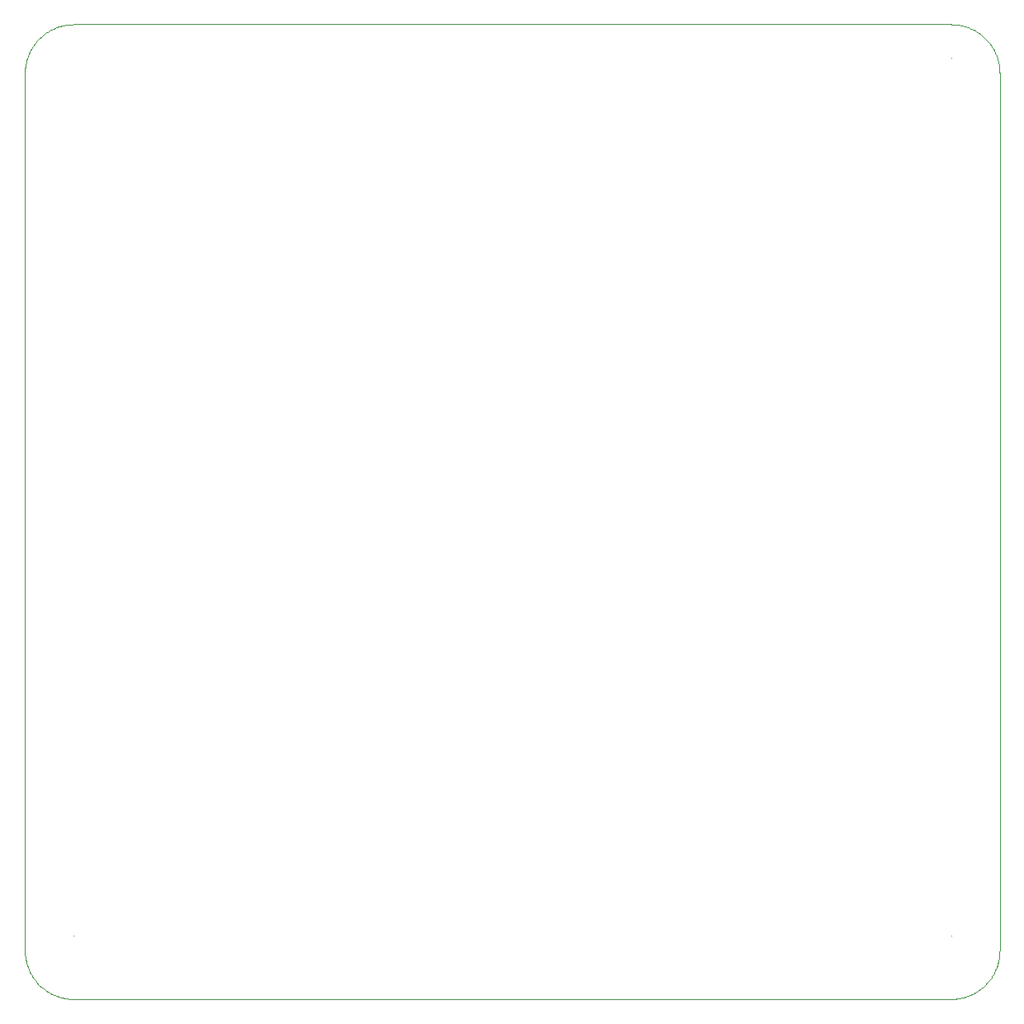
<source format=gbr>
%TF.GenerationSoftware,KiCad,Pcbnew,(5.1.6-0-10_14)*%
%TF.CreationDate,2020-09-22T10:55:38+02:00*%
%TF.ProjectId,airquality,61697271-7561-46c6-9974-792e6b696361,rev?*%
%TF.SameCoordinates,Original*%
%TF.FileFunction,Profile,NP*%
%FSLAX46Y46*%
G04 Gerber Fmt 4.6, Leading zero omitted, Abs format (unit mm)*
G04 Created by KiCad (PCBNEW (5.1.6-0-10_14)) date 2020-09-22 10:55:38*
%MOMM*%
%LPD*%
G01*
G04 APERTURE LIST*
%TA.AperFunction,Profile*%
%ADD10C,0.100000*%
%TD*%
G04 APERTURE END LIST*
D10*
X190577230Y-140446577D02*
X190577230Y-140446577D01*
X100577225Y-140446577D02*
X100577225Y-140446577D01*
X190577230Y-50446564D02*
X190577230Y-50446564D01*
X100605166Y-47050731D02*
X100605166Y-47050731D01*
X95608271Y-141991748D02*
X95608271Y-52047626D01*
X97071828Y-48514288D02*
X97160650Y-48427641D01*
X97160650Y-48427641D02*
X97251378Y-48343422D01*
X97251378Y-48343422D02*
X97343960Y-48261651D01*
X97343960Y-48261651D02*
X97438344Y-48182350D01*
X97438344Y-48182350D02*
X97534480Y-48105540D01*
X97534480Y-48105540D02*
X97632317Y-48031242D01*
X97632317Y-48031242D02*
X97731802Y-47959478D01*
X97731802Y-47959478D02*
X97832886Y-47890268D01*
X97832886Y-47890268D02*
X97935516Y-47823633D01*
X97935516Y-47823633D02*
X98039642Y-47759596D01*
X98039642Y-47759596D02*
X98145212Y-47698177D01*
X98145212Y-47698177D02*
X98252175Y-47639397D01*
X98252175Y-47639397D02*
X98360481Y-47583278D01*
X98360481Y-47583278D02*
X98470077Y-47529841D01*
X98470077Y-47529841D02*
X98580912Y-47479107D01*
X98580912Y-47479107D02*
X98692937Y-47431097D01*
X98692937Y-47431097D02*
X98806098Y-47385832D01*
X98806098Y-47385832D02*
X98920345Y-47343334D01*
X98920345Y-47343334D02*
X99035627Y-47303623D01*
X99035627Y-47303623D02*
X99151893Y-47266722D01*
X99151893Y-47266722D02*
X99269091Y-47232651D01*
X99269091Y-47232651D02*
X99387170Y-47201432D01*
X99387170Y-47201432D02*
X99506079Y-47173085D01*
X99506079Y-47173085D02*
X99625767Y-47147632D01*
X99625767Y-47147632D02*
X99746183Y-47125094D01*
X99746183Y-47125094D02*
X99867275Y-47105492D01*
X99867275Y-47105492D02*
X99988992Y-47088848D01*
X99988992Y-47088848D02*
X100111284Y-47075182D01*
X100111284Y-47075182D02*
X100234098Y-47064516D01*
X100234098Y-47064516D02*
X100357384Y-47056872D01*
X100357384Y-47056872D02*
X100481090Y-47052269D01*
X100481090Y-47052269D02*
X100605166Y-47050731D01*
X95608271Y-52047626D02*
X95609809Y-51923550D01*
X95609809Y-51923550D02*
X95614412Y-51799844D01*
X95614412Y-51799844D02*
X95622056Y-51676558D01*
X95622056Y-51676558D02*
X95632722Y-51553744D01*
X95632722Y-51553744D02*
X95646388Y-51431452D01*
X95646388Y-51431452D02*
X95663032Y-51309735D01*
X95663032Y-51309735D02*
X95682634Y-51188643D01*
X95682634Y-51188643D02*
X95705172Y-51068227D01*
X95705172Y-51068227D02*
X95730625Y-50948539D01*
X95730625Y-50948539D02*
X95758972Y-50829630D01*
X95758972Y-50829630D02*
X95790191Y-50711551D01*
X95790191Y-50711551D02*
X95824262Y-50594353D01*
X95824262Y-50594353D02*
X95861163Y-50478087D01*
X95861163Y-50478087D02*
X95900874Y-50362805D01*
X95900874Y-50362805D02*
X95943372Y-50248558D01*
X95943372Y-50248558D02*
X95988637Y-50135397D01*
X95988637Y-50135397D02*
X96036647Y-50023372D01*
X96036647Y-50023372D02*
X96087381Y-49912537D01*
X96087381Y-49912537D02*
X96140818Y-49802941D01*
X96140818Y-49802941D02*
X96196937Y-49694635D01*
X96196937Y-49694635D02*
X96255717Y-49587672D01*
X96255717Y-49587672D02*
X96317136Y-49482102D01*
X96317136Y-49482102D02*
X96381173Y-49377976D01*
X96381173Y-49377976D02*
X96447808Y-49275346D01*
X96447808Y-49275346D02*
X96517018Y-49174262D01*
X96517018Y-49174262D02*
X96588782Y-49074777D01*
X96588782Y-49074777D02*
X96663080Y-48976940D01*
X96663080Y-48976940D02*
X96739890Y-48880804D01*
X96739890Y-48880804D02*
X96819191Y-48786420D01*
X96819191Y-48786420D02*
X96900962Y-48693838D01*
X96900962Y-48693838D02*
X96985181Y-48603110D01*
X96985181Y-48603110D02*
X97071828Y-48514288D01*
X190549288Y-146988643D02*
X100605166Y-146988643D01*
X97071828Y-145525086D02*
X96985181Y-145436263D01*
X96985181Y-145436263D02*
X96900962Y-145345535D01*
X96900962Y-145345535D02*
X96819191Y-145252953D01*
X96819191Y-145252953D02*
X96739890Y-145158569D01*
X96739890Y-145158569D02*
X96663080Y-145062433D01*
X96663080Y-145062433D02*
X96588782Y-144964596D01*
X96588782Y-144964596D02*
X96517018Y-144865111D01*
X96517018Y-144865111D02*
X96447808Y-144764027D01*
X96447808Y-144764027D02*
X96381173Y-144661397D01*
X96381173Y-144661397D02*
X96317136Y-144557271D01*
X96317136Y-144557271D02*
X96255717Y-144451701D01*
X96255717Y-144451701D02*
X96196937Y-144344738D01*
X96196937Y-144344738D02*
X96140818Y-144236432D01*
X96140818Y-144236432D02*
X96087381Y-144126836D01*
X96087381Y-144126836D02*
X96036647Y-144016001D01*
X96036647Y-144016001D02*
X95988637Y-143903977D01*
X95988637Y-143903977D02*
X95943372Y-143790815D01*
X95943372Y-143790815D02*
X95900874Y-143676568D01*
X95900874Y-143676568D02*
X95861163Y-143561286D01*
X95861163Y-143561286D02*
X95824262Y-143445020D01*
X95824262Y-143445020D02*
X95790191Y-143327822D01*
X95790191Y-143327822D02*
X95758972Y-143209743D01*
X95758972Y-143209743D02*
X95730625Y-143090834D01*
X95730625Y-143090834D02*
X95705172Y-142971146D01*
X95705172Y-142971146D02*
X95682634Y-142850730D01*
X95682634Y-142850730D02*
X95663032Y-142729638D01*
X95663032Y-142729638D02*
X95646388Y-142607921D01*
X95646388Y-142607921D02*
X95632722Y-142485629D01*
X95632722Y-142485629D02*
X95622056Y-142362815D01*
X95622056Y-142362815D02*
X95614412Y-142239529D01*
X95614412Y-142239529D02*
X95609809Y-142115823D01*
X95609809Y-142115823D02*
X95608271Y-141991748D01*
X100605166Y-146988643D02*
X100481090Y-146987104D01*
X100481090Y-146987104D02*
X100357384Y-146982501D01*
X100357384Y-146982501D02*
X100234098Y-146974857D01*
X100234098Y-146974857D02*
X100111284Y-146964191D01*
X100111284Y-146964191D02*
X99988992Y-146950525D01*
X99988992Y-146950525D02*
X99867275Y-146933881D01*
X99867275Y-146933881D02*
X99746183Y-146914279D01*
X99746183Y-146914279D02*
X99625767Y-146891741D01*
X99625767Y-146891741D02*
X99506079Y-146866288D01*
X99506079Y-146866288D02*
X99387170Y-146837941D01*
X99387170Y-146837941D02*
X99269091Y-146806722D01*
X99269091Y-146806722D02*
X99151893Y-146772651D01*
X99151893Y-146772651D02*
X99035627Y-146735750D01*
X99035627Y-146735750D02*
X98920345Y-146696039D01*
X98920345Y-146696039D02*
X98806098Y-146653541D01*
X98806098Y-146653541D02*
X98692937Y-146608277D01*
X98692937Y-146608277D02*
X98580912Y-146560266D01*
X98580912Y-146560266D02*
X98470077Y-146509532D01*
X98470077Y-146509532D02*
X98360481Y-146456095D01*
X98360481Y-146456095D02*
X98252175Y-146399976D01*
X98252175Y-146399976D02*
X98145212Y-146341196D01*
X98145212Y-146341196D02*
X98039642Y-146279777D01*
X98039642Y-146279777D02*
X97935516Y-146215740D01*
X97935516Y-146215740D02*
X97832886Y-146149105D01*
X97832886Y-146149105D02*
X97731802Y-146079895D01*
X97731802Y-146079895D02*
X97632317Y-146008131D01*
X97632317Y-146008131D02*
X97534480Y-145933833D01*
X97534480Y-145933833D02*
X97438344Y-145857023D01*
X97438344Y-145857023D02*
X97343960Y-145777722D01*
X97343960Y-145777722D02*
X97251378Y-145695951D01*
X97251378Y-145695951D02*
X97160650Y-145611732D01*
X97160650Y-145611732D02*
X97071828Y-145525086D01*
X195546183Y-52047626D02*
X195546183Y-141991748D01*
X194082626Y-145525086D02*
X193993803Y-145611732D01*
X193993803Y-145611732D02*
X193903075Y-145695951D01*
X193903075Y-145695951D02*
X193810493Y-145777722D01*
X193810493Y-145777722D02*
X193716109Y-145857023D01*
X193716109Y-145857023D02*
X193619973Y-145933833D01*
X193619973Y-145933833D02*
X193522136Y-146008131D01*
X193522136Y-146008131D02*
X193422651Y-146079895D01*
X193422651Y-146079895D02*
X193321567Y-146149105D01*
X193321567Y-146149105D02*
X193218937Y-146215740D01*
X193218937Y-146215740D02*
X193114811Y-146279777D01*
X193114811Y-146279777D02*
X193009241Y-146341196D01*
X193009241Y-146341196D02*
X192902278Y-146399976D01*
X192902278Y-146399976D02*
X192793972Y-146456095D01*
X192793972Y-146456095D02*
X192684376Y-146509532D01*
X192684376Y-146509532D02*
X192573541Y-146560266D01*
X192573541Y-146560266D02*
X192461517Y-146608277D01*
X192461517Y-146608277D02*
X192348355Y-146653541D01*
X192348355Y-146653541D02*
X192234108Y-146696039D01*
X192234108Y-146696039D02*
X192118826Y-146735750D01*
X192118826Y-146735750D02*
X192002560Y-146772651D01*
X192002560Y-146772651D02*
X191885362Y-146806722D01*
X191885362Y-146806722D02*
X191767283Y-146837941D01*
X191767283Y-146837941D02*
X191648374Y-146866288D01*
X191648374Y-146866288D02*
X191528686Y-146891741D01*
X191528686Y-146891741D02*
X191408270Y-146914279D01*
X191408270Y-146914279D02*
X191287178Y-146933881D01*
X191287178Y-146933881D02*
X191165461Y-146950525D01*
X191165461Y-146950525D02*
X191043169Y-146964191D01*
X191043169Y-146964191D02*
X190920355Y-146974857D01*
X190920355Y-146974857D02*
X190797069Y-146982501D01*
X190797069Y-146982501D02*
X190673363Y-146987104D01*
X190673363Y-146987104D02*
X190549288Y-146988643D01*
X195546183Y-141991748D02*
X195544644Y-142115823D01*
X195544644Y-142115823D02*
X195540041Y-142239529D01*
X195540041Y-142239529D02*
X195532397Y-142362815D01*
X195532397Y-142362815D02*
X195521731Y-142485629D01*
X195521731Y-142485629D02*
X195508065Y-142607921D01*
X195508065Y-142607921D02*
X195491421Y-142729638D01*
X195491421Y-142729638D02*
X195471819Y-142850730D01*
X195471819Y-142850730D02*
X195449281Y-142971146D01*
X195449281Y-142971146D02*
X195423828Y-143090834D01*
X195423828Y-143090834D02*
X195395481Y-143209743D01*
X195395481Y-143209743D02*
X195364262Y-143327822D01*
X195364262Y-143327822D02*
X195330191Y-143445020D01*
X195330191Y-143445020D02*
X195293290Y-143561286D01*
X195293290Y-143561286D02*
X195253579Y-143676568D01*
X195253579Y-143676568D02*
X195211081Y-143790815D01*
X195211081Y-143790815D02*
X195165817Y-143903977D01*
X195165817Y-143903977D02*
X195117806Y-144016001D01*
X195117806Y-144016001D02*
X195067072Y-144126836D01*
X195067072Y-144126836D02*
X195013635Y-144236432D01*
X195013635Y-144236432D02*
X194957516Y-144344738D01*
X194957516Y-144344738D02*
X194898736Y-144451701D01*
X194898736Y-144451701D02*
X194837317Y-144557271D01*
X194837317Y-144557271D02*
X194773280Y-144661397D01*
X194773280Y-144661397D02*
X194706645Y-144764027D01*
X194706645Y-144764027D02*
X194637435Y-144865111D01*
X194637435Y-144865111D02*
X194565671Y-144964596D01*
X194565671Y-144964596D02*
X194491373Y-145062433D01*
X194491373Y-145062433D02*
X194414563Y-145158569D01*
X194414563Y-145158569D02*
X194335262Y-145252953D01*
X194335262Y-145252953D02*
X194253491Y-145345535D01*
X194253491Y-145345535D02*
X194169272Y-145436263D01*
X194169272Y-145436263D02*
X194082626Y-145525086D01*
X100605166Y-47050731D02*
X190549288Y-47050731D01*
X194082626Y-48514288D02*
X194169272Y-48603110D01*
X194169272Y-48603110D02*
X194253491Y-48693838D01*
X194253491Y-48693838D02*
X194335262Y-48786420D01*
X194335262Y-48786420D02*
X194414563Y-48880804D01*
X194414563Y-48880804D02*
X194491373Y-48976940D01*
X194491373Y-48976940D02*
X194565671Y-49074777D01*
X194565671Y-49074777D02*
X194637435Y-49174262D01*
X194637435Y-49174262D02*
X194706645Y-49275346D01*
X194706645Y-49275346D02*
X194773280Y-49377976D01*
X194773280Y-49377976D02*
X194837317Y-49482102D01*
X194837317Y-49482102D02*
X194898736Y-49587672D01*
X194898736Y-49587672D02*
X194957516Y-49694635D01*
X194957516Y-49694635D02*
X195013635Y-49802941D01*
X195013635Y-49802941D02*
X195067072Y-49912537D01*
X195067072Y-49912537D02*
X195117806Y-50023372D01*
X195117806Y-50023372D02*
X195165817Y-50135397D01*
X195165817Y-50135397D02*
X195211081Y-50248558D01*
X195211081Y-50248558D02*
X195253579Y-50362805D01*
X195253579Y-50362805D02*
X195293290Y-50478087D01*
X195293290Y-50478087D02*
X195330191Y-50594353D01*
X195330191Y-50594353D02*
X195364262Y-50711551D01*
X195364262Y-50711551D02*
X195395481Y-50829630D01*
X195395481Y-50829630D02*
X195423828Y-50948539D01*
X195423828Y-50948539D02*
X195449281Y-51068227D01*
X195449281Y-51068227D02*
X195471819Y-51188643D01*
X195471819Y-51188643D02*
X195491421Y-51309735D01*
X195491421Y-51309735D02*
X195508065Y-51431452D01*
X195508065Y-51431452D02*
X195521731Y-51553744D01*
X195521731Y-51553744D02*
X195532397Y-51676558D01*
X195532397Y-51676558D02*
X195540041Y-51799844D01*
X195540041Y-51799844D02*
X195544644Y-51923550D01*
X195544644Y-51923550D02*
X195546183Y-52047626D01*
X190549288Y-47050731D02*
X190673363Y-47052269D01*
X190673363Y-47052269D02*
X190797069Y-47056872D01*
X190797069Y-47056872D02*
X190920355Y-47064516D01*
X190920355Y-47064516D02*
X191043169Y-47075182D01*
X191043169Y-47075182D02*
X191165461Y-47088848D01*
X191165461Y-47088848D02*
X191287178Y-47105492D01*
X191287178Y-47105492D02*
X191408270Y-47125094D01*
X191408270Y-47125094D02*
X191528686Y-47147632D01*
X191528686Y-47147632D02*
X191648374Y-47173085D01*
X191648374Y-47173085D02*
X191767283Y-47201432D01*
X191767283Y-47201432D02*
X191885362Y-47232651D01*
X191885362Y-47232651D02*
X192002560Y-47266722D01*
X192002560Y-47266722D02*
X192118826Y-47303623D01*
X192118826Y-47303623D02*
X192234108Y-47343334D01*
X192234108Y-47343334D02*
X192348355Y-47385832D01*
X192348355Y-47385832D02*
X192461517Y-47431097D01*
X192461517Y-47431097D02*
X192573541Y-47479107D01*
X192573541Y-47479107D02*
X192684376Y-47529841D01*
X192684376Y-47529841D02*
X192793972Y-47583278D01*
X192793972Y-47583278D02*
X192902278Y-47639397D01*
X192902278Y-47639397D02*
X193009241Y-47698177D01*
X193009241Y-47698177D02*
X193114811Y-47759596D01*
X193114811Y-47759596D02*
X193218937Y-47823633D01*
X193218937Y-47823633D02*
X193321567Y-47890268D01*
X193321567Y-47890268D02*
X193422651Y-47959478D01*
X193422651Y-47959478D02*
X193522136Y-48031242D01*
X193522136Y-48031242D02*
X193619973Y-48105540D01*
X193619973Y-48105540D02*
X193716109Y-48182350D01*
X193716109Y-48182350D02*
X193810493Y-48261651D01*
X193810493Y-48261651D02*
X193903075Y-48343422D01*
X193903075Y-48343422D02*
X193993803Y-48427641D01*
X193993803Y-48427641D02*
X194082626Y-48514288D01*
M02*

</source>
